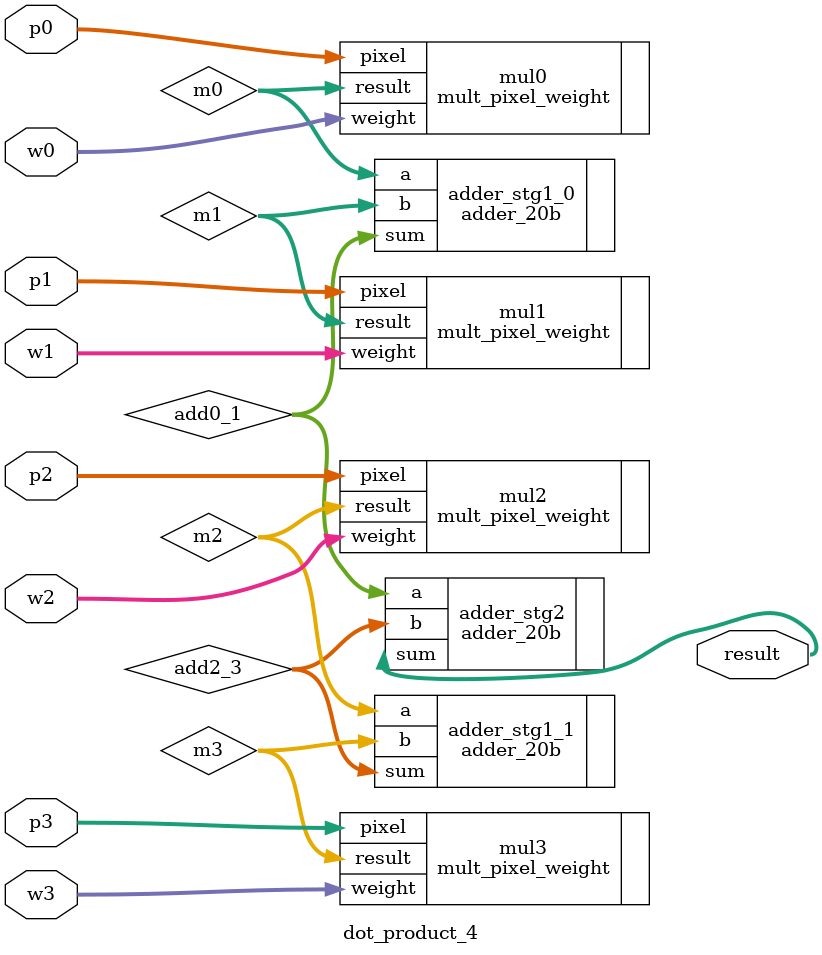
<source format=v>
`timescale 1ns / 1ns

module dot_product_4 (
    input  wire [7:0]  p0, p1, p2, p3,       // 8-bit Unsigned Pixels
    input  wire [8:0]  w0, w1, w2, w3,       // 9-bit 2's Complement Weights
    output wire [19:0] result                // 20-bit 2's Complement Result
);

    // Multiplier output wires
    wire [19:0] m0, m1, m2, m3;

    // Instantiate 4 Hardware Multipliers
    mult_pixel_weight mul0 (.pixel(p0), .weight(w0), .result(m0));
    mult_pixel_weight mul1 (.pixel(p1), .weight(w1), .result(m1));
    mult_pixel_weight mul2 (.pixel(p2), .weight(w2), .result(m2));
    mult_pixel_weight mul3 (.pixel(p3), .weight(w3), .result(m3));

    // Adder Tree Stage 1 (Parallel Addition)
    wire [19:0] add0_1, add2_3;
    adder_20b adder_stg1_0 (.a(m0), .b(m1), .sum(add0_1));
    adder_20b adder_stg1_1 (.a(m2), .b(m3), .sum(add2_3));

    // Adder Tree Stage 2 (Final Accumulation)
    adder_20b adder_stg2 (.a(add0_1), .b(add2_3), .sum(result));

endmodule
</source>
